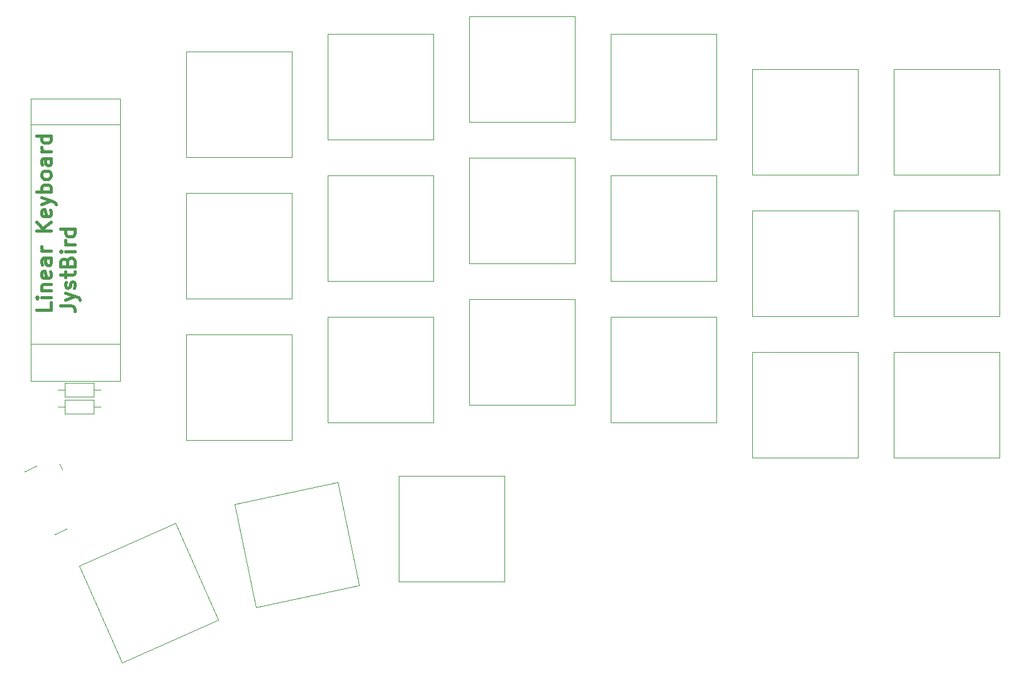
<source format=gbr>
%TF.GenerationSoftware,KiCad,Pcbnew,8.0.8*%
%TF.CreationDate,2025-03-11T20:04:36-04:00*%
%TF.ProjectId,Keyboard,4b657962-6f61-4726-942e-6b696361645f,rev?*%
%TF.SameCoordinates,Original*%
%TF.FileFunction,Legend,Top*%
%TF.FilePolarity,Positive*%
%FSLAX46Y46*%
G04 Gerber Fmt 4.6, Leading zero omitted, Abs format (unit mm)*
G04 Created by KiCad (PCBNEW 8.0.8) date 2025-03-11 20:04:36*
%MOMM*%
%LPD*%
G01*
G04 APERTURE LIST*
%ADD10C,0.400000*%
%ADD11C,0.120000*%
%ADD12C,0.040000*%
G04 APERTURE END LIST*
D10*
X269514550Y-194308271D02*
X269514550Y-195260652D01*
X269514550Y-195260652D02*
X267514550Y-195260652D01*
X269514550Y-193641604D02*
X268181216Y-193641604D01*
X267514550Y-193641604D02*
X267609788Y-193736842D01*
X267609788Y-193736842D02*
X267705026Y-193641604D01*
X267705026Y-193641604D02*
X267609788Y-193546366D01*
X267609788Y-193546366D02*
X267514550Y-193641604D01*
X267514550Y-193641604D02*
X267705026Y-193641604D01*
X268181216Y-192689223D02*
X269514550Y-192689223D01*
X268371692Y-192689223D02*
X268276454Y-192593985D01*
X268276454Y-192593985D02*
X268181216Y-192403509D01*
X268181216Y-192403509D02*
X268181216Y-192117794D01*
X268181216Y-192117794D02*
X268276454Y-191927318D01*
X268276454Y-191927318D02*
X268466931Y-191832080D01*
X268466931Y-191832080D02*
X269514550Y-191832080D01*
X269419312Y-190117794D02*
X269514550Y-190308270D01*
X269514550Y-190308270D02*
X269514550Y-190689223D01*
X269514550Y-190689223D02*
X269419312Y-190879699D01*
X269419312Y-190879699D02*
X269228835Y-190974937D01*
X269228835Y-190974937D02*
X268466931Y-190974937D01*
X268466931Y-190974937D02*
X268276454Y-190879699D01*
X268276454Y-190879699D02*
X268181216Y-190689223D01*
X268181216Y-190689223D02*
X268181216Y-190308270D01*
X268181216Y-190308270D02*
X268276454Y-190117794D01*
X268276454Y-190117794D02*
X268466931Y-190022556D01*
X268466931Y-190022556D02*
X268657407Y-190022556D01*
X268657407Y-190022556D02*
X268847883Y-190974937D01*
X269514550Y-188308270D02*
X268466931Y-188308270D01*
X268466931Y-188308270D02*
X268276454Y-188403508D01*
X268276454Y-188403508D02*
X268181216Y-188593984D01*
X268181216Y-188593984D02*
X268181216Y-188974937D01*
X268181216Y-188974937D02*
X268276454Y-189165413D01*
X269419312Y-188308270D02*
X269514550Y-188498746D01*
X269514550Y-188498746D02*
X269514550Y-188974937D01*
X269514550Y-188974937D02*
X269419312Y-189165413D01*
X269419312Y-189165413D02*
X269228835Y-189260651D01*
X269228835Y-189260651D02*
X269038359Y-189260651D01*
X269038359Y-189260651D02*
X268847883Y-189165413D01*
X268847883Y-189165413D02*
X268752645Y-188974937D01*
X268752645Y-188974937D02*
X268752645Y-188498746D01*
X268752645Y-188498746D02*
X268657407Y-188308270D01*
X269514550Y-187355889D02*
X268181216Y-187355889D01*
X268562169Y-187355889D02*
X268371692Y-187260651D01*
X268371692Y-187260651D02*
X268276454Y-187165413D01*
X268276454Y-187165413D02*
X268181216Y-186974937D01*
X268181216Y-186974937D02*
X268181216Y-186784460D01*
X269514550Y-184593984D02*
X267514550Y-184593984D01*
X269514550Y-183451127D02*
X268371692Y-184308270D01*
X267514550Y-183451127D02*
X268657407Y-184593984D01*
X269419312Y-181832079D02*
X269514550Y-182022555D01*
X269514550Y-182022555D02*
X269514550Y-182403508D01*
X269514550Y-182403508D02*
X269419312Y-182593984D01*
X269419312Y-182593984D02*
X269228835Y-182689222D01*
X269228835Y-182689222D02*
X268466931Y-182689222D01*
X268466931Y-182689222D02*
X268276454Y-182593984D01*
X268276454Y-182593984D02*
X268181216Y-182403508D01*
X268181216Y-182403508D02*
X268181216Y-182022555D01*
X268181216Y-182022555D02*
X268276454Y-181832079D01*
X268276454Y-181832079D02*
X268466931Y-181736841D01*
X268466931Y-181736841D02*
X268657407Y-181736841D01*
X268657407Y-181736841D02*
X268847883Y-182689222D01*
X268181216Y-181070174D02*
X269514550Y-180593984D01*
X268181216Y-180117793D02*
X269514550Y-180593984D01*
X269514550Y-180593984D02*
X269990740Y-180784460D01*
X269990740Y-180784460D02*
X270085978Y-180879698D01*
X270085978Y-180879698D02*
X270181216Y-181070174D01*
X269514550Y-179355888D02*
X267514550Y-179355888D01*
X268276454Y-179355888D02*
X268181216Y-179165412D01*
X268181216Y-179165412D02*
X268181216Y-178784459D01*
X268181216Y-178784459D02*
X268276454Y-178593983D01*
X268276454Y-178593983D02*
X268371692Y-178498745D01*
X268371692Y-178498745D02*
X268562169Y-178403507D01*
X268562169Y-178403507D02*
X269133597Y-178403507D01*
X269133597Y-178403507D02*
X269324073Y-178498745D01*
X269324073Y-178498745D02*
X269419312Y-178593983D01*
X269419312Y-178593983D02*
X269514550Y-178784459D01*
X269514550Y-178784459D02*
X269514550Y-179165412D01*
X269514550Y-179165412D02*
X269419312Y-179355888D01*
X269514550Y-177260650D02*
X269419312Y-177451126D01*
X269419312Y-177451126D02*
X269324073Y-177546364D01*
X269324073Y-177546364D02*
X269133597Y-177641602D01*
X269133597Y-177641602D02*
X268562169Y-177641602D01*
X268562169Y-177641602D02*
X268371692Y-177546364D01*
X268371692Y-177546364D02*
X268276454Y-177451126D01*
X268276454Y-177451126D02*
X268181216Y-177260650D01*
X268181216Y-177260650D02*
X268181216Y-176974935D01*
X268181216Y-176974935D02*
X268276454Y-176784459D01*
X268276454Y-176784459D02*
X268371692Y-176689221D01*
X268371692Y-176689221D02*
X268562169Y-176593983D01*
X268562169Y-176593983D02*
X269133597Y-176593983D01*
X269133597Y-176593983D02*
X269324073Y-176689221D01*
X269324073Y-176689221D02*
X269419312Y-176784459D01*
X269419312Y-176784459D02*
X269514550Y-176974935D01*
X269514550Y-176974935D02*
X269514550Y-177260650D01*
X269514550Y-174879697D02*
X268466931Y-174879697D01*
X268466931Y-174879697D02*
X268276454Y-174974935D01*
X268276454Y-174974935D02*
X268181216Y-175165411D01*
X268181216Y-175165411D02*
X268181216Y-175546364D01*
X268181216Y-175546364D02*
X268276454Y-175736840D01*
X269419312Y-174879697D02*
X269514550Y-175070173D01*
X269514550Y-175070173D02*
X269514550Y-175546364D01*
X269514550Y-175546364D02*
X269419312Y-175736840D01*
X269419312Y-175736840D02*
X269228835Y-175832078D01*
X269228835Y-175832078D02*
X269038359Y-175832078D01*
X269038359Y-175832078D02*
X268847883Y-175736840D01*
X268847883Y-175736840D02*
X268752645Y-175546364D01*
X268752645Y-175546364D02*
X268752645Y-175070173D01*
X268752645Y-175070173D02*
X268657407Y-174879697D01*
X269514550Y-173927316D02*
X268181216Y-173927316D01*
X268562169Y-173927316D02*
X268371692Y-173832078D01*
X268371692Y-173832078D02*
X268276454Y-173736840D01*
X268276454Y-173736840D02*
X268181216Y-173546364D01*
X268181216Y-173546364D02*
X268181216Y-173355887D01*
X269514550Y-171832078D02*
X267514550Y-171832078D01*
X269419312Y-171832078D02*
X269514550Y-172022554D01*
X269514550Y-172022554D02*
X269514550Y-172403507D01*
X269514550Y-172403507D02*
X269419312Y-172593983D01*
X269419312Y-172593983D02*
X269324073Y-172689221D01*
X269324073Y-172689221D02*
X269133597Y-172784459D01*
X269133597Y-172784459D02*
X268562169Y-172784459D01*
X268562169Y-172784459D02*
X268371692Y-172689221D01*
X268371692Y-172689221D02*
X268276454Y-172593983D01*
X268276454Y-172593983D02*
X268181216Y-172403507D01*
X268181216Y-172403507D02*
X268181216Y-172022554D01*
X268181216Y-172022554D02*
X268276454Y-171832078D01*
X270734438Y-194689223D02*
X272163009Y-194689223D01*
X272163009Y-194689223D02*
X272448723Y-194784462D01*
X272448723Y-194784462D02*
X272639200Y-194974938D01*
X272639200Y-194974938D02*
X272734438Y-195260652D01*
X272734438Y-195260652D02*
X272734438Y-195451128D01*
X271401104Y-193927318D02*
X272734438Y-193451128D01*
X271401104Y-192974937D02*
X272734438Y-193451128D01*
X272734438Y-193451128D02*
X273210628Y-193641604D01*
X273210628Y-193641604D02*
X273305866Y-193736842D01*
X273305866Y-193736842D02*
X273401104Y-193927318D01*
X272639200Y-192308270D02*
X272734438Y-192117794D01*
X272734438Y-192117794D02*
X272734438Y-191736842D01*
X272734438Y-191736842D02*
X272639200Y-191546365D01*
X272639200Y-191546365D02*
X272448723Y-191451127D01*
X272448723Y-191451127D02*
X272353485Y-191451127D01*
X272353485Y-191451127D02*
X272163009Y-191546365D01*
X272163009Y-191546365D02*
X272067771Y-191736842D01*
X272067771Y-191736842D02*
X272067771Y-192022556D01*
X272067771Y-192022556D02*
X271972533Y-192213032D01*
X271972533Y-192213032D02*
X271782057Y-192308270D01*
X271782057Y-192308270D02*
X271686819Y-192308270D01*
X271686819Y-192308270D02*
X271496342Y-192213032D01*
X271496342Y-192213032D02*
X271401104Y-192022556D01*
X271401104Y-192022556D02*
X271401104Y-191736842D01*
X271401104Y-191736842D02*
X271496342Y-191546365D01*
X271401104Y-190879698D02*
X271401104Y-190117794D01*
X270734438Y-190593984D02*
X272448723Y-190593984D01*
X272448723Y-190593984D02*
X272639200Y-190498746D01*
X272639200Y-190498746D02*
X272734438Y-190308270D01*
X272734438Y-190308270D02*
X272734438Y-190117794D01*
X271686819Y-188784460D02*
X271782057Y-188498746D01*
X271782057Y-188498746D02*
X271877295Y-188403508D01*
X271877295Y-188403508D02*
X272067771Y-188308270D01*
X272067771Y-188308270D02*
X272353485Y-188308270D01*
X272353485Y-188308270D02*
X272543961Y-188403508D01*
X272543961Y-188403508D02*
X272639200Y-188498746D01*
X272639200Y-188498746D02*
X272734438Y-188689222D01*
X272734438Y-188689222D02*
X272734438Y-189451127D01*
X272734438Y-189451127D02*
X270734438Y-189451127D01*
X270734438Y-189451127D02*
X270734438Y-188784460D01*
X270734438Y-188784460D02*
X270829676Y-188593984D01*
X270829676Y-188593984D02*
X270924914Y-188498746D01*
X270924914Y-188498746D02*
X271115390Y-188403508D01*
X271115390Y-188403508D02*
X271305866Y-188403508D01*
X271305866Y-188403508D02*
X271496342Y-188498746D01*
X271496342Y-188498746D02*
X271591580Y-188593984D01*
X271591580Y-188593984D02*
X271686819Y-188784460D01*
X271686819Y-188784460D02*
X271686819Y-189451127D01*
X272734438Y-187451127D02*
X271401104Y-187451127D01*
X270734438Y-187451127D02*
X270829676Y-187546365D01*
X270829676Y-187546365D02*
X270924914Y-187451127D01*
X270924914Y-187451127D02*
X270829676Y-187355889D01*
X270829676Y-187355889D02*
X270734438Y-187451127D01*
X270734438Y-187451127D02*
X270924914Y-187451127D01*
X272734438Y-186498746D02*
X271401104Y-186498746D01*
X271782057Y-186498746D02*
X271591580Y-186403508D01*
X271591580Y-186403508D02*
X271496342Y-186308270D01*
X271496342Y-186308270D02*
X271401104Y-186117794D01*
X271401104Y-186117794D02*
X271401104Y-185927317D01*
X272734438Y-184403508D02*
X270734438Y-184403508D01*
X272639200Y-184403508D02*
X272734438Y-184593984D01*
X272734438Y-184593984D02*
X272734438Y-184974937D01*
X272734438Y-184974937D02*
X272639200Y-185165413D01*
X272639200Y-185165413D02*
X272543961Y-185260651D01*
X272543961Y-185260651D02*
X272353485Y-185355889D01*
X272353485Y-185355889D02*
X271782057Y-185355889D01*
X271782057Y-185355889D02*
X271591580Y-185260651D01*
X271591580Y-185260651D02*
X271496342Y-185165413D01*
X271496342Y-185165413D02*
X271401104Y-184974937D01*
X271401104Y-184974937D02*
X271401104Y-184593984D01*
X271401104Y-184593984D02*
X271496342Y-184403508D01*
D11*
%TO.C,SW5*%
X378105000Y-177092000D02*
X378105000Y-162892000D01*
X378105000Y-162892000D02*
X363905000Y-162892000D01*
X363905000Y-177092000D02*
X378105000Y-177092000D01*
X363905000Y-162892000D02*
X363905000Y-177092000D01*
%TO.C,SW18*%
X397155000Y-215192000D02*
X397155000Y-200992000D01*
X397155000Y-200992000D02*
X382955000Y-200992000D01*
X382955000Y-215192000D02*
X397155000Y-215192000D01*
X382955000Y-200992000D02*
X382955000Y-215192000D01*
%TO.C,SW11*%
X378105000Y-196142000D02*
X378105000Y-181942000D01*
X378105000Y-181942000D02*
X363905000Y-181942000D01*
X363905000Y-196142000D02*
X378105000Y-196142000D01*
X363905000Y-181942000D02*
X363905000Y-196142000D01*
%TO.C,SW13*%
X301905000Y-212810000D02*
X301905000Y-198610000D01*
X301905000Y-198610000D02*
X287705000Y-198610000D01*
X287705000Y-212810000D02*
X301905000Y-212810000D01*
X287705000Y-198610000D02*
X287705000Y-212810000D01*
%TO.C,SW10*%
X359055000Y-191379000D02*
X359055000Y-177179000D01*
X359055000Y-177179000D02*
X344855000Y-177179000D01*
X344855000Y-191379000D02*
X359055000Y-191379000D01*
X344855000Y-177179000D02*
X344855000Y-191379000D01*
D12*
%TO.C,Brd1*%
X266805000Y-204825000D02*
X278805000Y-204825000D01*
X278805000Y-204825000D02*
X278805000Y-166825000D01*
X278805000Y-199825000D02*
X266805000Y-199825000D01*
X278805000Y-170325000D02*
X266805000Y-170325000D01*
X266805000Y-166825000D02*
X266805000Y-204825000D01*
X278805000Y-166825000D02*
X266805000Y-166825000D01*
D11*
%TO.C,SW2*%
X320955000Y-172329000D02*
X320955000Y-158129000D01*
X320955000Y-158129000D02*
X306755000Y-158129000D01*
X306755000Y-172329000D02*
X320955000Y-172329000D01*
X306755000Y-158129000D02*
X306755000Y-172329000D01*
%TO.C,SW20*%
X310990290Y-232417490D02*
X308052490Y-218524710D01*
X308052490Y-218524710D02*
X294159710Y-221462510D01*
X297097510Y-235355290D02*
X310990290Y-232417490D01*
X294159710Y-221462510D02*
X297097510Y-235355290D01*
%TO.C,R2*%
X276165000Y-206060000D02*
X275215000Y-206060000D01*
X275215000Y-206980000D02*
X275215000Y-205140000D01*
X275215000Y-205140000D02*
X271375000Y-205140000D01*
X271375000Y-206980000D02*
X275215000Y-206980000D01*
X271375000Y-205140000D02*
X271375000Y-206980000D01*
X270425000Y-206060000D02*
X271375000Y-206060000D01*
%TO.C,R1*%
X276165000Y-208310000D02*
X275215000Y-208310000D01*
X275215000Y-209230000D02*
X275215000Y-207390000D01*
X275215000Y-207390000D02*
X271375000Y-207390000D01*
X271375000Y-209230000D02*
X275215000Y-209230000D01*
X271375000Y-207390000D02*
X271375000Y-209230000D01*
X270425000Y-208310000D02*
X271375000Y-208310000D01*
%TO.C,SW19*%
X292026318Y-237005635D02*
X286277840Y-224021221D01*
X286277840Y-224021221D02*
X273293426Y-229769699D01*
X279041904Y-242754113D02*
X292026318Y-237005635D01*
X273293426Y-229769699D02*
X279041904Y-242754113D01*
%TO.C,SW7*%
X301905000Y-193760000D02*
X301905000Y-179560000D01*
X301905000Y-179560000D02*
X287705000Y-179560000D01*
X287705000Y-193760000D02*
X301905000Y-193760000D01*
X287705000Y-179560000D02*
X287705000Y-193760000D01*
%TO.C,SW4*%
X359055000Y-172329000D02*
X359055000Y-158129000D01*
X359055000Y-158129000D02*
X344855000Y-158129000D01*
X344855000Y-172329000D02*
X359055000Y-172329000D01*
X344855000Y-158129000D02*
X344855000Y-172329000D01*
%TO.C,SW16*%
X359055000Y-210429000D02*
X359055000Y-196229000D01*
X359055000Y-196229000D02*
X344855000Y-196229000D01*
X344855000Y-210429000D02*
X359055000Y-210429000D01*
X344855000Y-196229000D02*
X344855000Y-210429000D01*
%TO.C,SW3*%
X340005000Y-169948000D02*
X340005000Y-155748000D01*
X340005000Y-155748000D02*
X325805000Y-155748000D01*
X325805000Y-169948000D02*
X340005000Y-169948000D01*
X325805000Y-155748000D02*
X325805000Y-169948000D01*
%TO.C,SW21*%
X316280000Y-217660000D02*
X316280000Y-231860000D01*
X316280000Y-231860000D02*
X330480000Y-231860000D01*
X330480000Y-217660000D02*
X316280000Y-217660000D01*
X330480000Y-231860000D02*
X330480000Y-217660000D01*
%TO.C,SW8*%
X320955000Y-191379000D02*
X320955000Y-177179000D01*
X320955000Y-177179000D02*
X306755000Y-177179000D01*
X306755000Y-191379000D02*
X320955000Y-191379000D01*
X306755000Y-177179000D02*
X306755000Y-191379000D01*
%TO.C,J1*%
X271587910Y-224793397D02*
X269978656Y-225554122D01*
X271022507Y-216764903D02*
X270680608Y-216041643D01*
X267570598Y-216295091D02*
X265961344Y-217055816D01*
%TO.C,SW9*%
X340005000Y-188998000D02*
X340005000Y-174798000D01*
X340005000Y-174798000D02*
X325805000Y-174798000D01*
X325805000Y-188998000D02*
X340005000Y-188998000D01*
X325805000Y-174798000D02*
X325805000Y-188998000D01*
%TO.C,SW17*%
X378105000Y-215192000D02*
X378105000Y-200992000D01*
X378105000Y-200992000D02*
X363905000Y-200992000D01*
X363905000Y-215192000D02*
X378105000Y-215192000D01*
X363905000Y-200992000D02*
X363905000Y-215192000D01*
%TO.C,SW15*%
X340005000Y-208048000D02*
X340005000Y-193848000D01*
X340005000Y-193848000D02*
X325805000Y-193848000D01*
X325805000Y-208048000D02*
X340005000Y-208048000D01*
X325805000Y-193848000D02*
X325805000Y-208048000D01*
%TO.C,SW6*%
X397155000Y-177092000D02*
X397155000Y-162892000D01*
X397155000Y-162892000D02*
X382955000Y-162892000D01*
X382955000Y-177092000D02*
X397155000Y-177092000D01*
X382955000Y-162892000D02*
X382955000Y-177092000D01*
%TO.C,SW14*%
X320955000Y-210429000D02*
X320955000Y-196229000D01*
X320955000Y-196229000D02*
X306755000Y-196229000D01*
X306755000Y-210429000D02*
X320955000Y-210429000D01*
X306755000Y-196229000D02*
X306755000Y-210429000D01*
%TO.C,SW12*%
X397155000Y-196142000D02*
X397155000Y-181942000D01*
X397155000Y-181942000D02*
X382955000Y-181942000D01*
X382955000Y-196142000D02*
X397155000Y-196142000D01*
X382955000Y-181942000D02*
X382955000Y-196142000D01*
%TO.C,SW1*%
X301905000Y-174710000D02*
X301905000Y-160510000D01*
X301905000Y-160510000D02*
X287705000Y-160510000D01*
X287705000Y-174710000D02*
X301905000Y-174710000D01*
X287705000Y-160510000D02*
X287705000Y-174710000D01*
%TD*%
M02*

</source>
